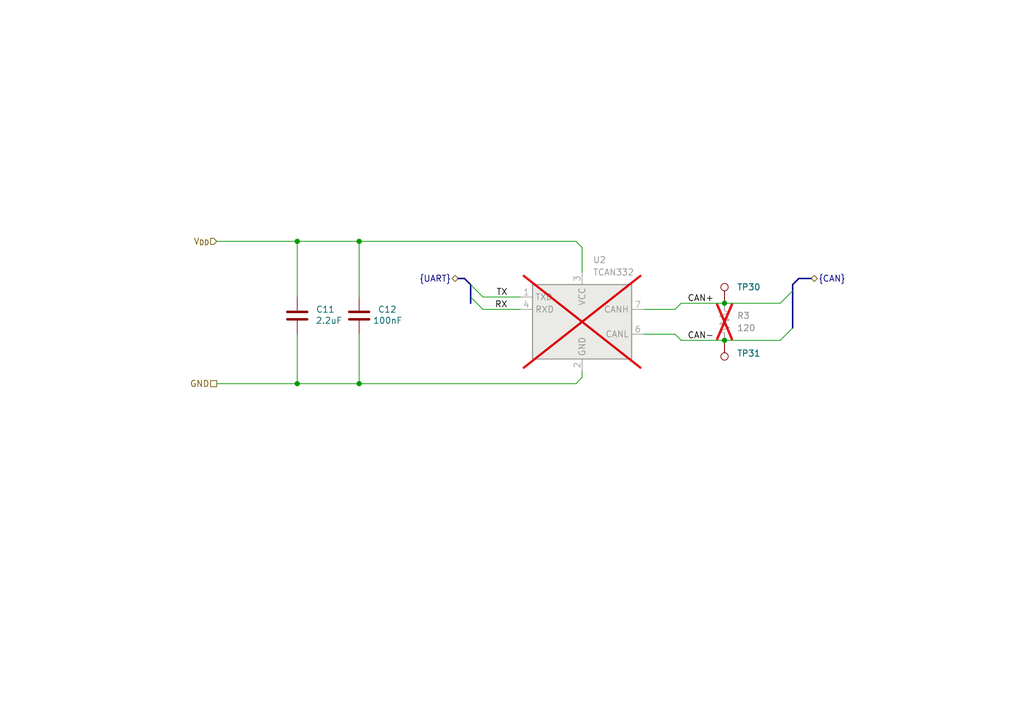
<source format=kicad_sch>
(kicad_sch (version 20231120) (generator "eeschema") (generator_version "8.0")
  (paper "A5")
  (title_block (title "OpenMC") (date "2024-06-06") (rev "1") (company "Crab Labs") (comment 1 "Author: Orion Serup") (comment 2 "License: CERN-OHW-W-2.0"))
  (lib_symbols
    (symbol "Connector:TestPoint" (pin_numbers hide) (pin_names (offset 0.762) hide)
      (property "Reference" "TP" (at 0 6.858 0))
      (property "Value" "TestPoint" (at 0 5.08 0))
      (symbol "TestPoint_0_1"
        (circle (center 0 3.302) (radius 0.762))
      )
      (symbol "TestPoint_1_1"
        (pin passive line (at 0 0 90) (length 2.54) (name "1") (number "1"))
      )
    )
    (symbol "Device:C" (pin_numbers hide) (pin_names (offset 0.254))
      (property "Reference" "C" (at 0.635 2.54 0))
      (property "Value" "C" (at 0.635 -2.54 0))
      (symbol "C_0_1"
        (polyline (pts (xy -2.032 -0.762) (xy 2.032 -0.762)) (stroke (width 0.508)))
        (polyline (pts (xy -2.032 0.762) (xy 2.032 0.762)) (stroke (width 0.508)))
      )
      (symbol "C_1_1"
        (pin passive line (at 0 3.81 270) (length 2.794) (name "~") (number "1"))
        (pin passive line (at 0 -3.81 90) (length 2.794) (name "~") (number "2"))
      )
    )
    (symbol "Device:R_US" (pin_numbers hide) (pin_names (offset 0))
      (property "Reference" "R" (at 2.54 0 90))
      (property "Value" "R_US" (at -2.54 0 90))
      (symbol "R_US_0_1"
        (polyline (pts (xy 0 -2.286) (xy 0 -2.54)))
        (polyline (pts (xy 0 2.286) (xy 0 2.54)))
        (polyline (pts (xy 0 -0.762) (xy 1.016 -1.143) (xy 0 -1.524) (xy -1.016 -1.905) (xy 0 -2.286)))
        (polyline (pts (xy 0 0.762) (xy 1.016 0.381) (xy 0 0) (xy -1.016 -0.381) (xy 0 -0.762)))
        (polyline (pts (xy 0 2.286) (xy 1.016 1.905) (xy 0 1.524) (xy -1.016 1.143) (xy 0 0.762)))
      )
      (symbol "R_US_1_1"
        (pin passive line (at 0 3.81 270) (length 1.27) (name "~") (number "1"))
        (pin passive line (at 0 -3.81 90) (length 1.27) (name "~") (number "2"))
      )
    )
    (symbol "Interface_CAN_LIN:TCAN332"
      (property "Reference" "U" (at -10.16 8.89 0))
      (property "Value" "TCAN332" (at 2.54 8.89 0))
      (symbol "TCAN332_0_1"
        (rectangle (start -10.16 7.62) (end 10.16 -7.62) (stroke (width 0.254)) (fill (type background)))
      )
      (symbol "TCAN332_1_1"
        (pin input line (at -12.7 5.08 0) (length 2.54) (name "TXD") (number "1"))
        (pin power_in line (at 0 -10.16 90) (length 2.54) (name "GND") (number "2"))
        (pin power_in line (at 0 10.16 270) (length 2.54) (name "VCC") (number "3"))
        (pin tri_state line (at -12.7 2.54 0) (length 2.54) (name "RXD") (number "4"))
        (pin no_connect line (at -10.16 -2.54 0) (length 2.54) hide (name "NC") (number "5"))
        (pin bidirectional line (at 12.7 -2.54 180) (length 2.54) (name "CANL") (number "6"))
        (pin bidirectional line (at 12.7 2.54 180) (length 2.54) (name "CANH") (number "7"))
        (pin no_connect line (at -10.16 -5.08 0) (length 2.54) hide (name "NC") (number "8"))
      )
    )
  )
  (junction (at 148.59 62.23))
  (junction (at 60.96 49.53))
  (junction (at 73.66 78.74))
  (junction (at 148.59 69.85))
  (junction (at 60.96 78.74))
  (junction (at 73.66 49.53))
  (bus_entry (at 162.56 59.69) (size -2.54 2.54))
  (bus_entry (at 96.52 60.96) (size 2.54 2.54))
  (bus_entry (at 96.52 58.42) (size 2.54 2.54))
  (bus_entry (at 162.56 67.31) (size -2.54 2.54))
  (wire (pts (xy 60.96 49.53) (xy 60.96 60.96)))
  (wire (pts (xy 60.96 49.53) (xy 73.66 49.53)))
  (wire (pts (xy 99.06 60.96) (xy 106.68 60.96)))
  (wire (pts (xy 139.7 62.23) (xy 148.59 62.23)))
  (wire (pts (xy 73.66 68.58) (xy 73.66 78.74)))
  (wire (pts (xy 73.66 49.53) (xy 118.11 49.53)))
  (bus (pts (xy 96.52 60.96) (xy 96.52 62.23)))
  (wire (pts (xy 138.43 63.5) (xy 139.7 62.23)))
  (bus (pts (xy 162.56 58.42) (xy 162.56 59.69)))
  (wire (pts (xy 99.06 63.5) (xy 106.68 63.5)))
  (wire (pts (xy 44.45 49.53) (xy 60.96 49.53)))
  (wire (pts (xy 119.38 50.8) (xy 119.38 55.88)))
  (wire (pts (xy 148.59 62.23) (xy 160.02 62.23)))
  (wire (pts (xy 132.08 68.58) (xy 138.43 68.58)))
  (bus (pts (xy 95.25 57.15) (xy 96.52 58.42)))
  (wire (pts (xy 138.43 68.58) (xy 139.7 69.85)))
  (bus (pts (xy 162.56 59.69) (xy 162.56 67.31)))
  (wire (pts (xy 60.96 78.74) (xy 73.66 78.74)))
  (wire (pts (xy 148.59 69.85) (xy 160.02 69.85)))
  (wire (pts (xy 132.08 63.5) (xy 138.43 63.5)))
  (bus (pts (xy 163.83 57.15) (xy 162.56 58.42)))
  (wire (pts (xy 119.38 76.2) (xy 119.38 77.47)))
  (wire (pts (xy 139.7 69.85) (xy 148.59 69.85)))
  (bus (pts (xy 163.83 57.15) (xy 166.37 57.15)))
  (wire (pts (xy 44.45 78.74) (xy 60.96 78.74)))
  (wire (pts (xy 119.38 77.47) (xy 118.11 78.74)))
  (wire (pts (xy 73.66 49.53) (xy 73.66 60.96)))
  (wire (pts (xy 73.66 78.74) (xy 118.11 78.74)))
  (wire (pts (xy 60.96 68.58) (xy 60.96 78.74)))
  (bus (pts (xy 93.98 57.15) (xy 95.25 57.15)))
  (wire (pts (xy 118.11 49.53) (xy 119.38 50.8)))
  (bus (pts (xy 96.52 58.42) (xy 96.52 60.96)))
  (label "CAN-" (at 140.97 69.85 0))
  (label "CAN+" (at 140.97 62.23 0))
  (label "RX" (at 104.14 63.5 180))
  (label "TX" (at 104.14 60.96 180))
  (hierarchical_label "{CAN}" (shape bidirectional) (at 166.37 57.15 0))
  (hierarchical_label "V_{DD}" (shape input) (at 44.45 49.53 180))
  (hierarchical_label "GND" (shape passive) (at 44.45 78.74 180))
  (hierarchical_label "{UART}" (shape bidirectional) (at 93.98 57.15 180))
  (symbol (lib_id "Device:R_US") (at 148.59 66.04 0) (unit 1) (in_bom no) (dnp yes)
    (property "Reference" "R3" (at 151.13 64.7699 0) (effects (justify left)))
    (property "Value" "120" (at 151.13 67.3099 0) (effects (justify left)))
    (property "Footprint" "Resistor_SMD:R_0402_1005Metric" (effects (hide yes)))
    (property "Description" "Resistor, US symbol" (effects (hide yes)))
  )
  (symbol (lib_id "Connector:TestPoint") (at 148.59 69.85 180) (unit 1)
    (property "Reference" "TP31" (at 151.13 72.5169 0) (effects (justify right)))
    (property "Value" "${SHORT_NET_NAME(1)}" (effects (hide yes)))
    (property "Footprint" "TestPoint:TestPoint_Pad_D1.0mm" (effects (hide yes)))
    (property "Description" "test point" (effects (hide yes)))
  )
  (symbol (lib_id "Connector:TestPoint") (at 148.59 62.23 0) (unit 1)
    (property "Reference" "TP30" (at 151.13 58.9279 0) (effects (justify left)))
    (property "Value" "${SHORT_NET_NAME(1)}" (effects (hide yes)))
    (property "Footprint" "TestPoint:TestPoint_Pad_D1.0mm" (effects (hide yes)))
    (property "Description" "test point" (effects (hide yes)))
  )
  (symbol (lib_id "Interface_CAN_LIN:TCAN332") (at 119.38 66.04 0) (unit 1) (dnp yes)
    (property "Reference" "U2" (at 121.5741 53.34 0) (effects (justify left)))
    (property "Value" "TCAN332" (at 121.5741 55.88 0) (effects (justify left)))
    (property "Footprint" "Package_TO_SOT_SMD:SOT-23-8" (effects (hide yes)))
    (property "Datasheet" "http://www.ti.com/lit/ds/symlink/tcan337.pdf" (effects (hide yes)))
    (property "Description" "High-Speed CAN Transceiver, 1Mbps, 3.3V supply, SOT-23-8/SOIC-8" (effects (hide yes)))
  )
  (symbol (lib_id "Device:C") (at 73.66 64.77 0) (unit 1) (in_bom no)
    (property "Reference" "C12" (at 77.47 63.4999 0) (effects (justify left)))
    (property "Value" "100nF" (at 76.454 65.786 0) (effects (justify left)))
    (property "Footprint" "Capacitor_SMD:C_0402_1005Metric" (effects (hide yes)))
    (property "Description" "Unpolarized capacitor" (effects (hide yes)))
  )
  (symbol (lib_id "Device:C") (at 60.96 64.77 0) (unit 1) (in_bom no)
    (property "Reference" "C11" (at 64.77 63.4999 0) (effects (justify left)))
    (property "Value" " 2.2uF" (at 63.754 65.786 0) (effects (justify left)))
    (property "Footprint" "Capacitor_SMD:C_0402_1005Metric" (effects (hide yes)))
    (property "Description" "Unpolarized capacitor" (effects (hide yes)))
  )
)
</source>
